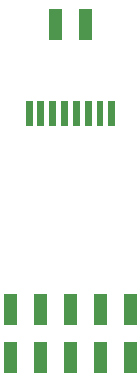
<source format=gbr>
G04 #@! TF.GenerationSoftware,KiCad,Pcbnew,(5.1.4)-1*
G04 #@! TF.CreationDate,2019-11-09T18:50:37+08:00*
G04 #@! TF.ProjectId,teensy4_header_breakout,7465656e-7379-4345-9f68-65616465725f,rev?*
G04 #@! TF.SameCoordinates,Original*
G04 #@! TF.FileFunction,Other,ECO1*
%FSLAX46Y46*%
G04 Gerber Fmt 4.6, Leading zero omitted, Abs format (unit mm)*
G04 Created by KiCad (PCBNEW (5.1.4)-1) date 2019-11-09 18:50:37*
%MOMM*%
%LPD*%
G04 APERTURE LIST*
%ADD10C,0.100000*%
G04 APERTURE END LIST*
D10*
G36*
X156770000Y-88290000D02*
G01*
X156770000Y-90290000D01*
X156270000Y-90290000D01*
X156270000Y-88290000D01*
X156770000Y-88290000D01*
G37*
X156770000Y-88290000D02*
X156770000Y-90290000D01*
X156270000Y-90290000D01*
X156270000Y-88290000D01*
X156770000Y-88290000D01*
G36*
X157770000Y-88290000D02*
G01*
X157770000Y-90290000D01*
X157270000Y-90290000D01*
X157270000Y-88290000D01*
X157770000Y-88290000D01*
G37*
X157770000Y-88290000D02*
X157770000Y-90290000D01*
X157270000Y-90290000D01*
X157270000Y-88290000D01*
X157770000Y-88290000D01*
G36*
X158770000Y-88290000D02*
G01*
X158770000Y-90290000D01*
X158270000Y-90290000D01*
X158270000Y-88290000D01*
X158770000Y-88290000D01*
G37*
X158770000Y-88290000D02*
X158770000Y-90290000D01*
X158270000Y-90290000D01*
X158270000Y-88290000D01*
X158770000Y-88290000D01*
G36*
X159770000Y-88290000D02*
G01*
X159770000Y-90290000D01*
X159270000Y-90290000D01*
X159270000Y-88290000D01*
X159770000Y-88290000D01*
G37*
X159770000Y-88290000D02*
X159770000Y-90290000D01*
X159270000Y-90290000D01*
X159270000Y-88290000D01*
X159770000Y-88290000D01*
G36*
X160770000Y-88290000D02*
G01*
X160770000Y-90290000D01*
X160270000Y-90290000D01*
X160270000Y-88290000D01*
X160770000Y-88290000D01*
G37*
X160770000Y-88290000D02*
X160770000Y-90290000D01*
X160270000Y-90290000D01*
X160270000Y-88290000D01*
X160770000Y-88290000D01*
G36*
X161770000Y-88290000D02*
G01*
X161770000Y-90290000D01*
X161270000Y-90290000D01*
X161270000Y-88290000D01*
X161770000Y-88290000D01*
G37*
X161770000Y-88290000D02*
X161770000Y-90290000D01*
X161270000Y-90290000D01*
X161270000Y-88290000D01*
X161770000Y-88290000D01*
G36*
X162770000Y-88290000D02*
G01*
X162770000Y-90290000D01*
X162270000Y-90290000D01*
X162270000Y-88290000D01*
X162770000Y-88290000D01*
G37*
X162770000Y-88290000D02*
X162770000Y-90290000D01*
X162270000Y-90290000D01*
X162270000Y-88290000D01*
X162770000Y-88290000D01*
G36*
X163770000Y-88290000D02*
G01*
X163770000Y-90290000D01*
X163270000Y-90290000D01*
X163270000Y-88290000D01*
X163770000Y-88290000D01*
G37*
X163770000Y-88290000D02*
X163770000Y-90290000D01*
X163270000Y-90290000D01*
X163270000Y-88290000D01*
X163770000Y-88290000D01*
G36*
X160782000Y-80518000D02*
G01*
X160782000Y-83058000D01*
X161798000Y-83058000D01*
X161798000Y-80518000D01*
X160782000Y-80518000D01*
G37*
X160782000Y-80518000D02*
X160782000Y-83058000D01*
X161798000Y-83058000D01*
X161798000Y-80518000D01*
X160782000Y-80518000D01*
G36*
X158242000Y-80518000D02*
G01*
X158242000Y-83058000D01*
X159258000Y-83058000D01*
X159258000Y-80518000D01*
X158242000Y-80518000D01*
G37*
X158242000Y-80518000D02*
X158242000Y-83058000D01*
X159258000Y-83058000D01*
X159258000Y-80518000D01*
X158242000Y-80518000D01*
G36*
X154432000Y-104648000D02*
G01*
X154432000Y-107188000D01*
X155448000Y-107188000D01*
X155448000Y-104648000D01*
X154432000Y-104648000D01*
G37*
X154432000Y-104648000D02*
X154432000Y-107188000D01*
X155448000Y-107188000D01*
X155448000Y-104648000D01*
X154432000Y-104648000D01*
G36*
X156972000Y-104648000D02*
G01*
X156972000Y-107188000D01*
X157988000Y-107188000D01*
X157988000Y-104648000D01*
X156972000Y-104648000D01*
G37*
X156972000Y-104648000D02*
X156972000Y-107188000D01*
X157988000Y-107188000D01*
X157988000Y-104648000D01*
X156972000Y-104648000D01*
G36*
X159512000Y-104648000D02*
G01*
X159512000Y-107188000D01*
X160528000Y-107188000D01*
X160528000Y-104648000D01*
X159512000Y-104648000D01*
G37*
X159512000Y-104648000D02*
X159512000Y-107188000D01*
X160528000Y-107188000D01*
X160528000Y-104648000D01*
X159512000Y-104648000D01*
G36*
X162052000Y-104648000D02*
G01*
X162052000Y-107188000D01*
X163068000Y-107188000D01*
X163068000Y-104648000D01*
X162052000Y-104648000D01*
G37*
X162052000Y-104648000D02*
X162052000Y-107188000D01*
X163068000Y-107188000D01*
X163068000Y-104648000D01*
X162052000Y-104648000D01*
G36*
X164592000Y-104648000D02*
G01*
X164592000Y-107188000D01*
X165608000Y-107188000D01*
X165608000Y-104648000D01*
X164592000Y-104648000D01*
G37*
X164592000Y-104648000D02*
X164592000Y-107188000D01*
X165608000Y-107188000D01*
X165608000Y-104648000D01*
X164592000Y-104648000D01*
G36*
X164592000Y-108712000D02*
G01*
X164592000Y-111252000D01*
X165608000Y-111252000D01*
X165608000Y-108712000D01*
X164592000Y-108712000D01*
G37*
X164592000Y-108712000D02*
X164592000Y-111252000D01*
X165608000Y-111252000D01*
X165608000Y-108712000D01*
X164592000Y-108712000D01*
G36*
X162052000Y-108712000D02*
G01*
X162052000Y-111252000D01*
X163068000Y-111252000D01*
X163068000Y-108712000D01*
X162052000Y-108712000D01*
G37*
X162052000Y-108712000D02*
X162052000Y-111252000D01*
X163068000Y-111252000D01*
X163068000Y-108712000D01*
X162052000Y-108712000D01*
G36*
X159512000Y-108712000D02*
G01*
X159512000Y-111252000D01*
X160528000Y-111252000D01*
X160528000Y-108712000D01*
X159512000Y-108712000D01*
G37*
X159512000Y-108712000D02*
X159512000Y-111252000D01*
X160528000Y-111252000D01*
X160528000Y-108712000D01*
X159512000Y-108712000D01*
G36*
X156972000Y-108712000D02*
G01*
X156972000Y-111252000D01*
X157988000Y-111252000D01*
X157988000Y-108712000D01*
X156972000Y-108712000D01*
G37*
X156972000Y-108712000D02*
X156972000Y-111252000D01*
X157988000Y-111252000D01*
X157988000Y-108712000D01*
X156972000Y-108712000D01*
G36*
X154432000Y-108712000D02*
G01*
X154432000Y-111252000D01*
X155448000Y-111252000D01*
X155448000Y-108712000D01*
X154432000Y-108712000D01*
G37*
X154432000Y-108712000D02*
X154432000Y-111252000D01*
X155448000Y-111252000D01*
X155448000Y-108712000D01*
X154432000Y-108712000D01*
M02*

</source>
